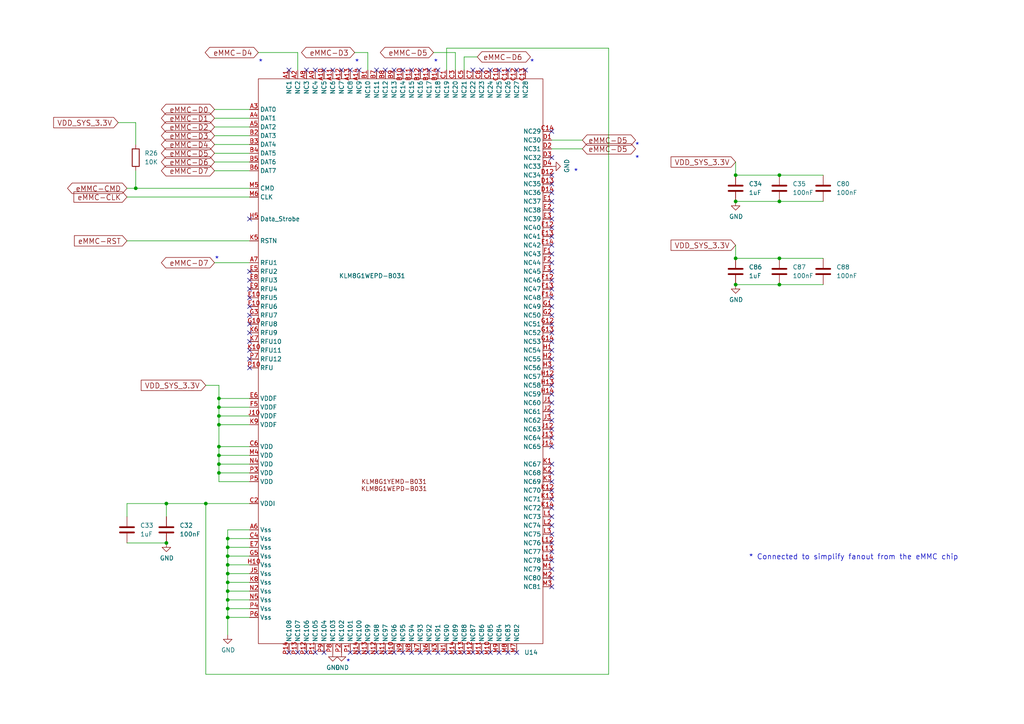
<source format=kicad_sch>
(kicad_sch (version 20230121) (generator eeschema)
  (paper "A4")
  (lib_symbols
    (symbol "Device:C" (pin_numbers hide) (pin_names (offset 0.254))
      (property "Reference" "C" (at 0.635 2.54 0))
      (property "Value" "C" (at 0.635 -2.54 0))
      (symbol "C_0_1"
        (polyline (pts (xy -2.032 -0.762) (xy 2.032 -0.762)) (stroke (width 0.508)))
        (polyline (pts (xy -2.032 0.762) (xy 2.032 0.762)) (stroke (width 0.508)))
      )
      (symbol "C_1_1"
        (pin passive line (at 0 3.81 270) (length 2.794) (name "~") (number "1"))
        (pin passive line (at 0 -3.81 90) (length 2.794) (name "~") (number "2"))
      )
    )
    (symbol "Device:R" (pin_numbers hide) (pin_names (offset 0))
      (property "Reference" "R" (at 2.032 0 90))
      (property "Value" "R" (at 0 0 90))
      (symbol "R_0_1"
        (rectangle (start -1.016 -2.54) (end 1.016 2.54) (stroke (width 0.254)))
      )
      (symbol "R_1_1"
        (pin passive line (at 0 3.81 270) (length 1.27) (name "~") (number "1"))
        (pin passive line (at 0 -3.81 90) (length 1.27) (name "~") (number "2"))
      )
    )
    (symbol "WiRoc:KLM8G1YEMD-B031"
      (property "Reference" "U" (at 36.83 -81.28 0))
      (property "Value" "KLM8G1WEPD-B031" (at -11.43 30.48 0))
      (symbol "KLM8G1YEMD-B031_0_1"
        (rectangle (start -44.45 87.63) (end 38.1 -76.2))
      )
      (symbol "KLM8G1YEMD-B031_1_1"
        (text "\nKLM8G1YEMD-B031\nKLM8G1WEPD-B031" (at -5.08 -29.21 0) (effects (font (size 1.27 1.27))))
        (pin bidirectional line (at -35.56 90.17 270) (length 2.54) (name "NC1") (number "A1"))
        (pin bidirectional line (at -25.4 90.17 270) (length 2.54) (name "NC5") (number "A10"))
        (pin bidirectional line (at -22.86 90.17 270) (length 2.54) (name "NC6") (number "A11"))
        (pin bidirectional line (at -20.32 90.17 270) (length 2.54) (name "NC7") (number "A12"))
        (pin bidirectional line (at -17.78 90.17 270) (length 2.54) (name "NC8") (number "A13"))
        (pin bidirectional line (at -15.24 90.17 270) (length 2.54) (name "NC9") (number "A14"))
        (pin bidirectional line (at -33.02 90.17 270) (length 2.54) (name "NC2") (number "A2"))
        (pin bidirectional line (at -46.99 78.74 0) (length 2.54) (name "DAT0") (number "A3"))
        (pin bidirectional line (at -46.99 76.2 0) (length 2.54) (name "DAT1") (number "A4"))
        (pin bidirectional line (at -46.99 73.66 0) (length 2.54) (name "DAT2") (number "A5"))
        (pin power_in line (at -46.99 -43.18 0) (length 2.54) (name "Vss") (number "A6"))
        (pin bidirectional line (at -46.99 34.29 0) (length 2.54) (name "RFU1") (number "A7"))
        (pin bidirectional line (at -30.48 90.17 270) (length 2.54) (name "NC3") (number "A8"))
        (pin bidirectional line (at -27.94 90.17 270) (length 2.54) (name "NC4") (number "A9"))
        (pin bidirectional line (at -12.7 90.17 270) (length 2.54) (name "NC10") (number "B1"))
        (pin bidirectional line (at -2.54 90.17 270) (length 2.54) (name "NC14") (number "B10"))
        (pin bidirectional line (at 0 90.17 270) (length 2.54) (name "NC15") (number "B11"))
        (pin bidirectional line (at 2.54 90.17 270) (length 2.54) (name "NC16") (number "B12"))
        (pin bidirectional line (at 5.08 90.17 270) (length 2.54) (name "NC17") (number "B13"))
        (pin bidirectional line (at 7.62 90.17 270) (length 2.54) (name "NC18") (number "B14"))
        (pin bidirectional line (at -46.99 71.12 0) (length 2.54) (name "DAT3") (number "B2"))
        (pin bidirectional line (at -46.99 68.58 0) (length 2.54) (name "DAT4") (number "B3"))
        (pin bidirectional line (at -46.99 66.04 0) (length 2.54) (name "DAT5") (number "B4"))
        (pin bidirectional line (at -46.99 63.5 0) (length 2.54) (name "DAT6") (number "B5"))
        (pin bidirectional line (at -46.99 60.96 0) (length 2.54) (name "DAT7") (number "B6"))
        (pin bidirectional line (at -10.16 90.17 270) (length 2.54) (name "NC11") (number "B7"))
        (pin bidirectional line (at -7.62 90.17 270) (length 2.54) (name "NC12") (number "B8"))
        (pin bidirectional line (at -5.08 90.17 270) (length 2.54) (name "NC13") (number "B9"))
        (pin bidirectional line (at 10.16 90.17 270) (length 2.54) (name "NC19") (number "C1"))
        (pin bidirectional line (at 25.4 90.17 270) (length 2.54) (name "NC25") (number "C10"))
        (pin bidirectional line (at 27.94 90.17 270) (length 2.54) (name "NC26") (number "C11"))
        (pin bidirectional line (at 30.48 90.17 270) (length 2.54) (name "NC27") (number "C12"))
        (pin bidirectional line (at 33.02 90.17 270) (length 2.54) (name "NC28") (number "C13"))
        (pin bidirectional line (at 40.64 72.39 180) (length 2.54) (name "NC29") (number "C14"))
        (pin power_in line (at -46.99 -35.56 0) (length 2.54) (name "VDDI") (number "C2"))
        (pin bidirectional line (at 12.7 90.17 270) (length 2.54) (name "NC20") (number "C3"))
        (pin power_in line (at -46.99 -45.72 0) (length 2.54) (name "Vss") (number "C4"))
        (pin bidirectional line (at 15.24 90.17 270) (length 2.54) (name "NC21") (number "C5"))
        (pin power_in line (at -46.99 -19.05 0) (length 2.54) (name "VDD") (number "C6"))
        (pin bidirectional line (at 17.78 90.17 270) (length 2.54) (name "NC22") (number "C7"))
        (pin bidirectional line (at 20.32 90.17 270) (length 2.54) (name "NC23") (number "C8"))
        (pin bidirectional line (at 22.86 90.17 270) (length 2.54) (name "NC24") (number "C9"))
        (pin bidirectional line (at 40.64 69.85 180) (length 2.54) (name "NC30") (number "D1"))
        (pin bidirectional line (at 40.64 59.69 180) (length 2.54) (name "NC34") (number "D12"))
        (pin bidirectional line (at 40.64 57.15 180) (length 2.54) (name "NC35") (number "D13"))
        (pin bidirectional line (at 40.64 54.61 180) (length 2.54) (name "NC36") (number "D14"))
        (pin bidirectional line (at 40.64 67.31 180) (length 2.54) (name "NC31") (number "D2"))
        (pin bidirectional line (at 40.64 64.77 180) (length 2.54) (name "NC32") (number "D3"))
        (pin bidirectional line (at 40.64 62.23 180) (length 2.54) (name "NC33") (number "D4"))
        (pin bidirectional line (at 40.64 52.07 180) (length 2.54) (name "NC37") (number "E1"))
        (pin bidirectional line (at -46.99 24.13 0) (length 2.54) (name "RFU5") (number "E10"))
        (pin bidirectional line (at 40.64 44.45 180) (length 2.54) (name "NC40") (number "E12"))
        (pin bidirectional line (at 40.64 41.91 180) (length 2.54) (name "NC41") (number "E13"))
        (pin bidirectional line (at 40.64 39.37 180) (length 2.54) (name "NC42") (number "E14"))
        (pin bidirectional line (at 40.64 49.53 180) (length 2.54) (name "NC38") (number "E2"))
        (pin bidirectional line (at 40.64 46.99 180) (length 2.54) (name "NC39") (number "E3"))
        (pin bidirectional line (at -46.99 31.75 0) (length 2.54) (name "RFU2") (number "E5"))
        (pin power_in line (at -46.99 -5.08 0) (length 2.54) (name "VDDF") (number "E6"))
        (pin power_in line (at -46.99 -48.26 0) (length 2.54) (name "Vss") (number "E7"))
        (pin bidirectional line (at -46.99 29.21 0) (length 2.54) (name "RFU3") (number "E8"))
        (pin bidirectional line (at -46.99 26.67 0) (length 2.54) (name "RFU4") (number "E9"))
        (pin bidirectional line (at 40.64 36.83 180) (length 2.54) (name "NC43") (number "F1"))
        (pin bidirectional line (at -46.99 21.59 0) (length 2.54) (name "RFU6") (number "F10"))
        (pin bidirectional line (at 40.64 29.21 180) (length 2.54) (name "NC46") (number "F12"))
        (pin bidirectional line (at 40.64 26.67 180) (length 2.54) (name "NC47") (number "F13"))
        (pin bidirectional line (at 40.64 24.13 180) (length 2.54) (name "NC48") (number "F14"))
        (pin bidirectional line (at 40.64 34.29 180) (length 2.54) (name "NC44") (number "F2"))
        (pin bidirectional line (at 40.64 31.75 180) (length 2.54) (name "NC45") (number "F3"))
        (pin power_in line (at -46.99 -7.62 0) (length 2.54) (name "VDDF") (number "F5"))
        (pin bidirectional line (at 40.64 21.59 180) (length 2.54) (name "NC49") (number "G1"))
        (pin bidirectional line (at -46.99 16.51 0) (length 2.54) (name "RFU8") (number "G10"))
        (pin bidirectional line (at 40.64 16.51 180) (length 2.54) (name "NC51") (number "G12"))
        (pin bidirectional line (at 40.64 13.97 180) (length 2.54) (name "NC52") (number "G13"))
        (pin bidirectional line (at 40.64 11.43 180) (length 2.54) (name "NC53") (number "G14"))
        (pin bidirectional line (at 40.64 19.05 180) (length 2.54) (name "NC50") (number "G2"))
        (pin bidirectional line (at -46.99 19.05 0) (length 2.54) (name "RFU7") (number "G3"))
        (pin power_in line (at -46.99 -50.8 0) (length 2.54) (name "Vss") (number "G5"))
        (pin bidirectional line (at 40.64 8.89 180) (length 2.54) (name "NC54") (number "H1"))
        (pin power_in line (at -46.99 -53.34 0) (length 2.54) (name "Vss") (number "H10"))
        (pin bidirectional line (at 40.64 1.27 180) (length 2.54) (name "NC57") (number "H12"))
        (pin bidirectional line (at 40.64 -1.27 180) (length 2.54) (name "NC58") (number "H13"))
        (pin bidirectional line (at 40.64 -3.81 180) (length 2.54) (name "NC59") (number "H14"))
        (pin bidirectional line (at 40.64 6.35 180) (length 2.54) (name "NC55") (number "H2"))
        (pin bidirectional line (at 40.64 3.81 180) (length 2.54) (name "NC56") (number "H3"))
        (pin output line (at -46.99 46.99 0) (length 2.54) (name "Data_Strobe") (number "H5"))
        (pin bidirectional line (at 40.64 -6.35 180) (length 2.54) (name "NC60") (number "J1"))
        (pin power_in line (at -46.99 -10.16 0) (length 2.54) (name "VDDF") (number "J10"))
        (pin bidirectional line (at 40.64 -13.97 180) (length 2.54) (name "NC63") (number "J12"))
        (pin bidirectional line (at 40.64 -16.51 180) (length 2.54) (name "NC64") (number "J13"))
        (pin bidirectional line (at 40.64 -19.05 180) (length 2.54) (name "NC65") (number "J14"))
        (pin bidirectional line (at 40.64 -8.89 180) (length 2.54) (name "NC61") (number "J2"))
        (pin bidirectional line (at 40.64 -11.43 180) (length 2.54) (name "NC62") (number "J3"))
        (pin power_in line (at -46.99 -55.88 0) (length 2.54) (name "Vss") (number "J5"))
        (pin bidirectional line (at 40.64 -24.13 180) (length 2.54) (name "NC67") (number "K1"))
        (pin bidirectional line (at -46.99 8.89 0) (length 2.54) (name "RFU11") (number "K10"))
        (pin bidirectional line (at 40.64 -31.75 180) (length 2.54) (name "NC70") (number "K12"))
        (pin bidirectional line (at 40.64 -34.29 180) (length 2.54) (name "NC71") (number "K13"))
        (pin bidirectional line (at 40.64 -36.83 180) (length 2.54) (name "NC72") (number "K14"))
        (pin bidirectional line (at 40.64 -26.67 180) (length 2.54) (name "NC68") (number "K2"))
        (pin bidirectional line (at 40.64 -29.21 180) (length 2.54) (name "NC69") (number "K3"))
        (pin input line (at -46.99 40.64 0) (length 2.54) (name "RSTN") (number "K5"))
        (pin bidirectional line (at -46.99 13.97 0) (length 2.54) (name "RFU9") (number "K6"))
        (pin bidirectional line (at -46.99 11.43 0) (length 2.54) (name "RFU10") (number "K7"))
        (pin power_in line (at -46.99 -58.42 0) (length 2.54) (name "Vss") (number "K8"))
        (pin power_in line (at -46.99 -12.7 0) (length 2.54) (name "VDDF") (number "K9"))
        (pin bidirectional line (at 40.64 -39.37 180) (length 2.54) (name "NC73") (number "L1"))
        (pin bidirectional line (at 40.64 -46.99 180) (length 2.54) (name "NC76") (number "L12"))
        (pin bidirectional line (at 40.64 -49.53 180) (length 2.54) (name "NC77") (number "L13"))
        (pin bidirectional line (at 40.64 -52.07 180) (length 2.54) (name "NC78") (number "L14"))
        (pin bidirectional line (at 40.64 -41.91 180) (length 2.54) (name "NC74") (number "L2"))
        (pin bidirectional line (at 40.64 -44.45 180) (length 2.54) (name "NC75") (number "L3"))
        (pin bidirectional line (at 40.64 -54.61 180) (length 2.54) (name "NC79") (number "M1"))
        (pin bidirectional line (at 22.86 -78.74 90) (length 2.54) (name "NC85") (number "M10"))
        (pin bidirectional line (at 20.32 -78.74 90) (length 2.54) (name "NC86") (number "M11"))
        (pin bidirectional line (at 17.78 -78.74 90) (length 2.54) (name "NC87") (number "M12"))
        (pin bidirectional line (at 15.24 -78.74 90) (length 2.54) (name "NC88") (number "M13"))
        (pin bidirectional line (at 12.7 -78.74 90) (length 2.54) (name "NC89") (number "M14"))
        (pin bidirectional line (at 40.64 -57.15 180) (length 2.54) (name "NC80") (number "M2"))
        (pin bidirectional line (at 40.64 -59.69 180) (length 2.54) (name "NC81") (number "M3"))
        (pin power_in line (at -46.99 -21.59 0) (length 2.54) (name "VDD") (number "M4"))
        (pin bidirectional line (at -46.99 55.88 0) (length 2.54) (name "CMD") (number "M5"))
        (pin input line (at -46.99 53.34 0) (length 2.54) (name "CLK") (number "M6"))
        (pin bidirectional line (at 30.48 -78.74 90) (length 2.54) (name "NC82") (number "M7"))
        (pin bidirectional line (at 27.94 -78.74 90) (length 2.54) (name "NC83") (number "M8"))
        (pin bidirectional line (at 25.4 -78.74 90) (length 2.54) (name "NC84") (number "M9"))
        (pin bidirectional line (at 10.16 -78.74 90) (length 2.54) (name "NC90") (number "N1"))
        (pin bidirectional line (at -5.08 -78.74 90) (length 2.54) (name "NC96") (number "N10"))
        (pin bidirectional line (at -7.62 -78.74 90) (length 2.54) (name "NC97") (number "N11"))
        (pin bidirectional line (at -10.16 -78.74 90) (length 2.54) (name "NC98") (number "N12"))
        (pin bidirectional line (at -12.7 -78.74 90) (length 2.54) (name "NC99") (number "N13"))
        (pin bidirectional line (at -15.24 -78.74 90) (length 2.54) (name "NC100") (number "N14"))
        (pin power_in line (at -46.99 -60.96 0) (length 2.54) (name "Vss") (number "N2"))
        (pin bidirectional line (at 7.62 -78.74 90) (length 2.54) (name "NC91") (number "N3"))
        (pin power_in line (at -46.99 -24.13 0) (length 2.54) (name "VDD") (number "N4"))
        (pin power_in line (at -46.99 -63.5 0) (length 2.54) (name "Vss") (number "N5"))
        (pin bidirectional line (at 5.08 -78.74 90) (length 2.54) (name "NC92") (number "N6"))
        (pin bidirectional line (at 2.54 -78.74 90) (length 2.54) (name "NC93") (number "N7"))
        (pin bidirectional line (at 0 -78.74 90) (length 2.54) (name "NC94") (number "N8"))
        (pin bidirectional line (at -2.54 -78.74 90) (length 2.54) (name "NC95") (number "N9"))
        (pin bidirectional line (at -17.78 -78.74 90) (length 2.54) (name "NC101") (number "P1"))
        (pin bidirectional line (at -46.99 3.81 0) (length 2.54) (name "RFU") (number "P10"))
        (pin bidirectional line (at -27.94 -78.74 90) (length 2.54) (name "NC105") (number "P11"))
        (pin bidirectional line (at -30.48 -78.74 90) (length 2.54) (name "NC106") (number "P12"))
        (pin bidirectional line (at -33.02 -78.74 90) (length 2.54) (name "NC107") (number "P13"))
        (pin bidirectional line (at -35.56 -78.74 90) (length 2.54) (name "NC108") (number "P14"))
        (pin bidirectional line (at -20.32 -78.74 90) (length 2.54) (name "NC102") (number "P2"))
        (pin power_in line (at -46.99 -26.67 0) (length 2.54) (name "VDD") (number "P3"))
        (pin power_in line (at -46.99 -66.04 0) (length 2.54) (name "Vss") (number "P4"))
        (pin power_in line (at -46.99 -29.21 0) (length 2.54) (name "VDD") (number "P5"))
        (pin power_in line (at -46.99 -68.58 0) (length 2.54) (name "Vss") (number "P6"))
        (pin bidirectional line (at -46.99 6.35 0) (length 2.54) (name "RFU12") (number "P7"))
        (pin bidirectional line (at -22.86 -78.74 90) (length 2.54) (name "NC103") (number "P8"))
        (pin bidirectional line (at -25.4 -78.74 90) (length 2.54) (name "NC104") (number "P9"))
      )
    )
    (symbol "power:GND" (power) (pin_names (offset 0))
      (property "Value" "GND" (at 0 -3.81 0))
      (symbol "GND_0_1"
        (polyline (pts (xy 0 0) (xy 0 -1.27) (xy 1.27 -1.27) (xy 0 -2.54) (xy -1.27 -1.27) (xy 0 -1.27)))
      )
      (symbol "GND_1_1"
        (pin power_in line (at 0 0 270) (length 0) hide (name "GND") (number "1"))
      )
    )
  )
  (junction (at 63.5 123.19))
  (junction (at 226.06 74.93))
  (junction (at 63.5 115.57))
  (junction (at 213.36 50.8))
  (junction (at 226.06 82.55))
  (junction (at 66.04 176.53))
  (junction (at 48.26 157.48))
  (junction (at 66.04 171.45))
  (junction (at 66.04 173.99))
  (junction (at 66.04 166.37))
  (junction (at 213.36 58.42))
  (junction (at 59.69 146.05))
  (junction (at 63.5 137.16))
  (junction (at 66.04 161.29))
  (junction (at 66.04 156.21))
  (junction (at 226.06 50.8))
  (junction (at 66.04 163.83))
  (junction (at 63.5 120.65))
  (junction (at 226.06 58.42))
  (junction (at 39.37 54.61))
  (junction (at 66.04 168.91))
  (junction (at 66.04 179.07))
  (junction (at 48.26 146.05))
  (junction (at 63.5 129.54))
  (junction (at 63.5 132.08))
  (junction (at 63.5 134.62))
  (junction (at 66.04 158.75))
  (junction (at 213.36 82.55))
  (junction (at 63.5 118.11))
  (junction (at 213.36 74.93))
  (no_connect (at 160.02 73.66))
  (no_connect (at 160.02 147.32))
  (no_connect (at 134.62 189.23))
  (no_connect (at 160.02 109.22))
  (no_connect (at 101.6 20.32))
  (no_connect (at 160.02 106.68))
  (no_connect (at 72.39 101.6))
  (no_connect (at 91.44 189.23))
  (no_connect (at 132.08 189.23))
  (no_connect (at 72.39 63.5))
  (no_connect (at 160.02 81.28))
  (no_connect (at 160.02 55.88))
  (no_connect (at 160.02 167.64))
  (no_connect (at 106.68 189.23))
  (no_connect (at 72.39 86.36))
  (no_connect (at 72.39 104.14))
  (no_connect (at 160.02 38.1))
  (no_connect (at 160.02 165.1))
  (no_connect (at 99.06 20.32))
  (no_connect (at 160.02 104.14))
  (no_connect (at 72.39 93.98))
  (no_connect (at 160.02 60.96))
  (no_connect (at 72.39 96.52))
  (no_connect (at 119.38 189.23))
  (no_connect (at 83.82 20.32))
  (no_connect (at 121.92 189.23))
  (no_connect (at 160.02 154.94))
  (no_connect (at 72.39 99.06))
  (no_connect (at 124.46 189.23))
  (no_connect (at 160.02 121.92))
  (no_connect (at 160.02 111.76))
  (no_connect (at 142.24 20.32))
  (no_connect (at 72.39 106.68))
  (no_connect (at 72.39 88.9))
  (no_connect (at 160.02 114.3))
  (no_connect (at 119.38 20.32))
  (no_connect (at 160.02 142.24))
  (no_connect (at 160.02 134.62))
  (no_connect (at 160.02 53.34))
  (no_connect (at 114.3 189.23))
  (no_connect (at 160.02 83.82))
  (no_connect (at 139.7 20.32))
  (no_connect (at 137.16 20.32))
  (no_connect (at 160.02 78.74))
  (no_connect (at 160.02 127))
  (no_connect (at 160.02 152.4))
  (no_connect (at 104.14 189.23))
  (no_connect (at 93.98 189.23))
  (no_connect (at 160.02 101.6))
  (no_connect (at 127 20.32))
  (no_connect (at 160.02 63.5))
  (no_connect (at 149.86 189.23))
  (no_connect (at 160.02 88.9))
  (no_connect (at 160.02 124.46))
  (no_connect (at 104.14 20.32))
  (no_connect (at 160.02 71.12))
  (no_connect (at 72.39 81.28))
  (no_connect (at 160.02 99.06))
  (no_connect (at 160.02 76.2))
  (no_connect (at 160.02 45.72))
  (no_connect (at 83.82 189.23))
  (no_connect (at 116.84 189.23))
  (no_connect (at 86.36 189.23))
  (no_connect (at 160.02 137.16))
  (no_connect (at 121.92 20.32))
  (no_connect (at 160.02 58.42))
  (no_connect (at 160.02 157.48))
  (no_connect (at 149.86 20.32))
  (no_connect (at 160.02 86.36))
  (no_connect (at 127 189.23))
  (no_connect (at 160.02 139.7))
  (no_connect (at 160.02 66.04))
  (no_connect (at 93.98 20.32))
  (no_connect (at 114.3 20.32))
  (no_connect (at 160.02 162.56))
  (no_connect (at 72.39 78.74))
  (no_connect (at 144.78 20.32))
  (no_connect (at 160.02 116.84))
  (no_connect (at 109.22 20.32))
  (no_connect (at 116.84 20.32))
  (no_connect (at 144.78 189.23))
  (no_connect (at 129.54 189.23))
  (no_connect (at 160.02 68.58))
  (no_connect (at 111.76 189.23))
  (no_connect (at 101.6 189.23))
  (no_connect (at 109.22 189.23))
  (no_connect (at 160.02 93.98))
  (no_connect (at 111.76 20.32))
  (no_connect (at 72.39 83.82))
  (no_connect (at 139.7 189.23))
  (no_connect (at 160.02 144.78))
  (no_connect (at 160.02 160.02))
  (no_connect (at 160.02 149.86))
  (no_connect (at 160.02 119.38))
  (no_connect (at 160.02 50.8))
  (no_connect (at 72.39 91.44))
  (no_connect (at 160.02 170.18))
  (no_connect (at 147.32 20.32))
  (no_connect (at 88.9 20.32))
  (no_connect (at 160.02 96.52))
  (no_connect (at 88.9 189.23))
  (no_connect (at 147.32 189.23))
  (no_connect (at 96.52 20.32))
  (no_connect (at 124.46 20.32))
  (no_connect (at 160.02 91.44))
  (no_connect (at 152.4 20.32))
  (no_connect (at 160.02 129.54))
  (no_connect (at 137.16 189.23))
  (no_connect (at 91.44 20.32))
  (no_connect (at 142.24 189.23))
  (wire (pts (xy 59.69 146.05) (xy 72.39 146.05)))
  (wire (pts (xy 39.37 54.61) (xy 72.39 54.61)))
  (wire (pts (xy 226.06 58.42) (xy 238.76 58.42)))
  (wire (pts (xy 39.37 49.53) (xy 39.37 54.61)))
  (wire (pts (xy 36.83 69.85) (xy 72.39 69.85)))
  (wire (pts (xy 72.39 139.7) (xy 63.5 139.7)))
  (wire (pts (xy 66.04 179.07) (xy 72.39 179.07)))
  (wire (pts (xy 62.23 34.29) (xy 72.39 34.29)))
  (wire (pts (xy 63.5 115.57) (xy 63.5 111.76)))
  (wire (pts (xy 74.93 15.24) (xy 86.36 15.24)))
  (wire (pts (xy 66.04 176.53) (xy 66.04 179.07)))
  (wire (pts (xy 63.5 118.11) (xy 63.5 115.57)))
  (wire (pts (xy 62.23 76.2) (xy 72.39 76.2)))
  (wire (pts (xy 62.23 36.83) (xy 72.39 36.83)))
  (wire (pts (xy 72.39 153.67) (xy 66.04 153.67)))
  (wire (pts (xy 66.04 156.21) (xy 72.39 156.21)))
  (wire (pts (xy 66.04 161.29) (xy 66.04 163.83)))
  (wire (pts (xy 176.53 195.58) (xy 176.53 13.97)))
  (wire (pts (xy 63.5 123.19) (xy 72.39 123.19)))
  (wire (pts (xy 86.36 15.24) (xy 86.36 20.32)))
  (wire (pts (xy 106.68 20.32) (xy 106.68 15.24)))
  (wire (pts (xy 66.04 171.45) (xy 72.39 171.45)))
  (wire (pts (xy 63.5 139.7) (xy 63.5 137.16)))
  (wire (pts (xy 36.83 146.05) (xy 48.26 146.05)))
  (wire (pts (xy 213.36 82.55) (xy 226.06 82.55)))
  (wire (pts (xy 66.04 161.29) (xy 72.39 161.29)))
  (wire (pts (xy 63.5 137.16) (xy 72.39 137.16)))
  (wire (pts (xy 129.54 13.97) (xy 129.54 20.32)))
  (wire (pts (xy 66.04 163.83) (xy 72.39 163.83)))
  (wire (pts (xy 66.04 171.45) (xy 66.04 173.99)))
  (wire (pts (xy 63.5 129.54) (xy 72.39 129.54)))
  (wire (pts (xy 59.69 146.05) (xy 59.69 195.58)))
  (wire (pts (xy 62.23 39.37) (xy 72.39 39.37)))
  (wire (pts (xy 66.04 158.75) (xy 66.04 161.29)))
  (wire (pts (xy 160.02 43.18) (xy 168.91 43.18)))
  (wire (pts (xy 134.62 16.51) (xy 138.43 16.51)))
  (wire (pts (xy 66.04 168.91) (xy 72.39 168.91)))
  (wire (pts (xy 66.04 166.37) (xy 66.04 168.91)))
  (wire (pts (xy 213.36 50.8) (xy 226.06 50.8)))
  (wire (pts (xy 34.29 35.56) (xy 39.37 35.56)))
  (wire (pts (xy 66.04 168.91) (xy 66.04 171.45)))
  (wire (pts (xy 66.04 158.75) (xy 72.39 158.75)))
  (wire (pts (xy 132.08 15.24) (xy 125.73 15.24)))
  (wire (pts (xy 134.62 20.32) (xy 134.62 16.51)))
  (wire (pts (xy 66.04 153.67) (xy 66.04 156.21)))
  (wire (pts (xy 63.5 111.76) (xy 59.69 111.76)))
  (wire (pts (xy 226.06 74.93) (xy 238.76 74.93)))
  (wire (pts (xy 62.23 41.91) (xy 72.39 41.91)))
  (wire (pts (xy 226.06 50.8) (xy 238.76 50.8)))
  (wire (pts (xy 66.04 156.21) (xy 66.04 158.75)))
  (wire (pts (xy 63.5 137.16) (xy 63.5 134.62)))
  (wire (pts (xy 213.36 74.93) (xy 226.06 74.93)))
  (wire (pts (xy 36.83 57.15) (xy 72.39 57.15)))
  (wire (pts (xy 213.36 58.42) (xy 226.06 58.42)))
  (wire (pts (xy 39.37 35.56) (xy 39.37 41.91)))
  (wire (pts (xy 59.69 195.58) (xy 176.53 195.58)))
  (wire (pts (xy 63.5 120.65) (xy 72.39 120.65)))
  (wire (pts (xy 106.68 15.24) (xy 102.87 15.24)))
  (wire (pts (xy 36.83 157.48) (xy 48.26 157.48)))
  (wire (pts (xy 132.08 20.32) (xy 132.08 15.24)))
  (wire (pts (xy 62.23 44.45) (xy 72.39 44.45)))
  (wire (pts (xy 63.5 120.65) (xy 63.5 118.11)))
  (wire (pts (xy 66.04 173.99) (xy 66.04 176.53)))
  (wire (pts (xy 36.83 54.61) (xy 39.37 54.61)))
  (wire (pts (xy 63.5 134.62) (xy 63.5 132.08)))
  (wire (pts (xy 48.26 146.05) (xy 59.69 146.05)))
  (wire (pts (xy 63.5 134.62) (xy 72.39 134.62)))
  (wire (pts (xy 63.5 115.57) (xy 72.39 115.57)))
  (wire (pts (xy 66.04 173.99) (xy 72.39 173.99)))
  (wire (pts (xy 63.5 132.08) (xy 63.5 129.54)))
  (wire (pts (xy 63.5 129.54) (xy 63.5 123.19)))
  (wire (pts (xy 63.5 118.11) (xy 72.39 118.11)))
  (wire (pts (xy 36.83 149.86) (xy 36.83 146.05)))
  (wire (pts (xy 63.5 123.19) (xy 63.5 120.65)))
  (wire (pts (xy 62.23 49.53) (xy 72.39 49.53)))
  (wire (pts (xy 176.53 13.97) (xy 129.54 13.97)))
  (wire (pts (xy 62.23 31.75) (xy 72.39 31.75)))
  (wire (pts (xy 213.36 50.8) (xy 213.36 46.99)))
  (wire (pts (xy 66.04 163.83) (xy 66.04 166.37)))
  (wire (pts (xy 66.04 176.53) (xy 72.39 176.53)))
  (wire (pts (xy 48.26 149.86) (xy 48.26 146.05)))
  (wire (pts (xy 213.36 74.93) (xy 213.36 71.12)))
  (wire (pts (xy 66.04 166.37) (xy 72.39 166.37)))
  (wire (pts (xy 66.04 179.07) (xy 66.04 184.15)))
  (wire (pts (xy 63.5 132.08) (xy 72.39 132.08)))
  (wire (pts (xy 226.06 82.55) (xy 238.76 82.55)))
  (wire (pts (xy 62.23 46.99) (xy 72.39 46.99)))
  (wire (pts (xy 160.02 40.64) (xy 168.91 40.64)))
  (text "*" (at 153.67 19.05 0) (effects (font (size 1.524 1.524)) (justify left bottom)))
  (text "*" (at 102.87 19.05 0) (effects (font (size 1.524 1.524)) (justify left bottom)))
  (text "*" (at 125.73 19.05 0) (effects (font (size 1.524 1.524)) (justify left bottom)))
  (text "*" (at 100.33 193.04 0) (effects (font (size 1.524 1.524)) (justify left bottom)))
  (text "*" (at 62.23 76.2 0) (effects (font (size 1.524 1.524)) (justify left bottom)))
  (text "* Connected to simplify fanout from the eMMC chip" (at 217.17 162.56 0) (effects (font (size 1.524 1.524)) (justify left bottom)))
  (text "*" (at 184.15 43.18 0) (effects (font (size 1.524 1.524)) (justify left bottom)))
  (text "*" (at 184.15 46.99 0) (effects (font (size 1.524 1.524)) (justify left bottom)))
  (text "*" (at 166.37 50.8 0) (effects (font (size 1.524 1.524)) (justify left bottom)))
  (text "*" (at 74.93 19.05 0) (effects (font (size 1.524 1.524)) (justify left bottom)))
  (global_label "eMMC-D2" (shape bidirectional) (at 62.23 36.83 180) (effects (font (size 1.524 1.524))) (property "Intersheetrefs" "${INTERSHEET_REFS}" (effects hide)))
  (global_label "eMMC-D0" (shape bidirectional) (at 62.23 31.75 180) (effects (font (size 1.524 1.524))) (property "Intersheetrefs" "${INTERSHEET_REFS}" (effects hide)))
  (global_label "eMMC-D1" (shape bidirectional) (at 62.23 34.29 180) (effects (font (size 1.524 1.524))) (property "Intersheetrefs" "${INTERSHEET_REFS}" (effects hide)))
  (global_label "eMMC-D5" (shape bidirectional) (at 62.23 44.45 180) (effects (font (size 1.524 1.524))) (property "Intersheetrefs" "${INTERSHEET_REFS}" (effects hide)))
  (global_label "eMMC-D4" (shape bidirectional) (at 62.23 41.91 180) (effects (font (size 1.524 1.524))) (property "Intersheetrefs" "${INTERSHEET_REFS}" (effects hide)))
  (global_label "eMMC-D6" (shape bidirectional) (at 138.43 16.51 0) (effects (font (size 1.524 1.524))) (property "Intersheetrefs" "${INTERSHEET_REFS}" (effects hide)))
  (global_label "eMMC-CMD" (shape bidirectional) (at 36.83 54.61 180) (effects (font (size 1.524 1.524))) (property "Intersheetrefs" "${INTERSHEET_REFS}" (effects hide)))
  (global_label "eMMC-RST" (shape input) (at 36.83 69.85 180) (effects (font (size 1.524 1.524))) (property "Intersheetrefs" "${INTERSHEET_REFS}" (effects hide)))
  (global_label "eMMC-D4" (shape bidirectional) (at 74.93 15.24 180) (effects (font (size 1.524 1.524))) (property "Intersheetrefs" "${INTERSHEET_REFS}" (effects hide)))
  (global_label "eMMC-D3" (shape bidirectional) (at 102.87 15.24 180) (effects (font (size 1.524 1.524))) (property "Intersheetrefs" "${INTERSHEET_REFS}" (effects hide)))
  (global_label "eMMC-D6" (shape bidirectional) (at 62.23 46.99 180) (effects (font (size 1.524 1.524))) (property "Intersheetrefs" "${INTERSHEET_REFS}" (effects hide)))
  (global_label "eMMC-CLK" (shape input) (at 36.83 57.15 180) (effects (font (size 1.524 1.524))) (property "Intersheetrefs" "${INTERSHEET_REFS}" (effects hide)))
  (global_label "eMMC-D7" (shape bidirectional) (at 62.23 49.53 180) (effects (font (size 1.524 1.524))) (property "Intersheetrefs" "${INTERSHEET_REFS}" (effects hide)))
  (global_label "VDD_SYS_3.3V" (shape input) (at 213.36 71.12 180) (effects (font (size 1.524 1.524))) (property "Intersheetrefs" "${INTERSHEET_REFS}" (effects hide)))
  (global_label "eMMC-D3" (shape bidirectional) (at 62.23 39.37 180) (effects (font (size 1.524 1.524))) (property "Intersheetrefs" "${INTERSHEET_REFS}" (effects hide)))
  (global_label "eMMC-D5" (shape bidirectional) (at 168.91 43.18 0) (effects (font (size 1.524 1.524))) (property "Intersheetrefs" "${INTERSHEET_REFS}" (effects hide)))
  (global_label "eMMC-D5" (shape bidirectional) (at 168.91 40.64 0) (effects (font (size 1.524 1.524))) (property "Intersheetrefs" "${INTERSHEET_REFS}" (effects hide)))
  (global_label "eMMC-D5" (shape bidirectional) (at 125.73 15.24 180) (effects (font (size 1.524 1.524))) (property "Intersheetrefs" "${INTERSHEET_REFS}" (effects hide)))
  (global_label "VDD_SYS_3.3V" (shape input) (at 59.69 111.76 180) (effects (font (size 1.524 1.524))) (property "Intersheetrefs" "${INTERSHEET_REFS}" (effects hide)))
  (global_label "VDD_SYS_3.3V" (shape input) (at 213.36 46.99 180) (effects (font (size 1.524 1.524))) (property "Intersheetrefs" "${INTERSHEET_REFS}" (effects hide)))
  (global_label "eMMC-D7" (shape bidirectional) (at 62.23 76.2 180) (effects (font (size 1.524 1.524))) (property "Intersheetrefs" "${INTERSHEET_REFS}" (effects hide)))
  (global_label "VDD_SYS_3.3V" (shape input) (at 34.29 35.56 180) (effects (font (size 1.524 1.524))) (property "Intersheetrefs" "${INTERSHEET_REFS}" (effects hide)))
  (symbol (lib_id "power:GND") (at 160.02 48.26 90) (unit 1)
    (property "Reference" "#PWR056" (effects hide))
    (property "Value" "GND" (at 164.4142 48.133 0))
  )
  (symbol (lib_id "Device:C") (at 226.06 54.61 0) (unit 1)
    (property "Reference" "C35" (at 229.87 53.34 0) (effects (justify left)))
    (property "Value" "100nF" (at 229.87 55.88 0) (effects (justify left)))
    (property "Footprint" "Capacitor_SMD:C_0402_1005Metric" (effects hide))
  )
  (symbol (lib_id "Device:C") (at 48.26 153.67 0) (unit 1)
    (property "Reference" "C32" (at 52.07 152.4 0) (effects (justify left)))
    (property "Value" "100nF" (at 52.07 154.94 0) (effects (justify left)))
    (property "Footprint" "Capacitor_SMD:C_0402_1005Metric" (effects hide))
  )
  (symbol (lib_id "power:GND") (at 48.26 157.48 0) (unit 1)
    (property "Reference" "#PWR083" (effects hide))
    (property "Value" "GND" (at 48.387 161.8742 0))
  )
  (symbol (lib_id "WiRoc:KLM8G1YEMD-B031") (at 119.38 110.49 0) (unit 1)
    (property "Reference" "U14" (at 152.0541 189.23 0) (effects (justify left)))
    (property "Value" "KLM8G1WEPD-B031" (at 107.95 80.01 0))
    (property "Footprint" "WiRoc:MICRON_EMMC_153" (effects hide))
  )
  (symbol (lib_id "Device:C") (at 213.36 78.74 0) (unit 1)
    (property "Reference" "C86" (at 217.17 77.47 0) (effects (justify left)))
    (property "Value" "1uF" (at 217.17 80.01 0) (effects (justify left)))
    (property "Footprint" "Capacitor_SMD:C_0402_1005Metric" (effects hide))
  )
  (symbol (lib_id "power:GND") (at 213.36 82.55 0) (unit 1)
    (property "Reference" "#PWR085" (effects hide))
    (property "Value" "GND" (at 213.487 86.9442 0))
  )
  (symbol (lib_id "Device:C") (at 238.76 78.74 0) (unit 1)
    (property "Reference" "C88" (at 242.57 77.47 0) (effects (justify left)))
    (property "Value" "100nF" (at 242.57 80.01 0) (effects (justify left)))
    (property "Footprint" "Capacitor_SMD:C_0402_1005Metric" (effects hide))
  )
  (symbol (lib_id "power:GND") (at 66.04 184.15 0) (unit 1)
    (property "Reference" "#PWR058" (effects hide))
    (property "Value" "GND" (at 66.167 188.5442 0))
  )
  (symbol (lib_id "Device:C") (at 36.83 153.67 0) (unit 1)
    (property "Reference" "C33" (at 40.64 152.4 0) (effects (justify left)))
    (property "Value" "1uF" (at 40.64 154.94 0) (effects (justify left)))
    (property "Footprint" "Capacitor_SMD:C_0402_1005Metric" (effects hide))
  )
  (symbol (lib_id "power:GND") (at 96.52 189.23 0) (unit 1)
    (property "Reference" "#PWR057" (effects hide))
    (property "Value" "GND" (at 96.647 193.6242 0))
  )
  (symbol (lib_id "Device:C") (at 213.36 54.61 0) (unit 1)
    (property "Reference" "C34" (at 217.17 53.34 0) (effects (justify left)))
    (property "Value" "1uF" (at 217.17 55.88 0) (effects (justify left)))
    (property "Footprint" "Capacitor_SMD:C_0402_1005Metric" (effects hide))
  )
  (symbol (lib_id "power:GND") (at 99.06 189.23 0) (unit 1)
    (property "Reference" "#PWR0103" (effects hide))
    (property "Value" "GND" (at 99.187 193.6242 0))
  )
  (symbol (lib_id "Device:C") (at 226.06 78.74 0) (unit 1)
    (property "Reference" "C87" (at 229.87 77.47 0) (effects (justify left)))
    (property "Value" "100nF" (at 229.87 80.01 0) (effects (justify left)))
    (property "Footprint" "Capacitor_SMD:C_0402_1005Metric" (effects hide))
  )
  (symbol (lib_id "Device:C") (at 238.76 54.61 0) (unit 1)
    (property "Reference" "C80" (at 242.57 53.34 0) (effects (justify left)))
    (property "Value" "100nF" (at 242.57 55.88 0) (effects (justify left)))
    (property "Footprint" "Capacitor_SMD:C_0402_1005Metric" (effects hide))
  )
  (symbol (lib_id "Device:R") (at 39.37 45.72 0) (unit 1)
    (property "Reference" "R26" (at 41.91 44.45 0) (effects (justify left)))
    (property "Value" "10K" (at 41.91 46.99 0) (effects (justify left)))
    (property "Footprint" "Resistor_SMD:R_0402_1005Metric" (effects hide))
  )
  (symbol (lib_id "power:GND") (at 213.36 58.42 0) (unit 1)
    (property "Reference" "#PWR084" (effects hide))
    (property "Value" "GND" (at 213.487 62.8142 0))
  )
)
</source>
